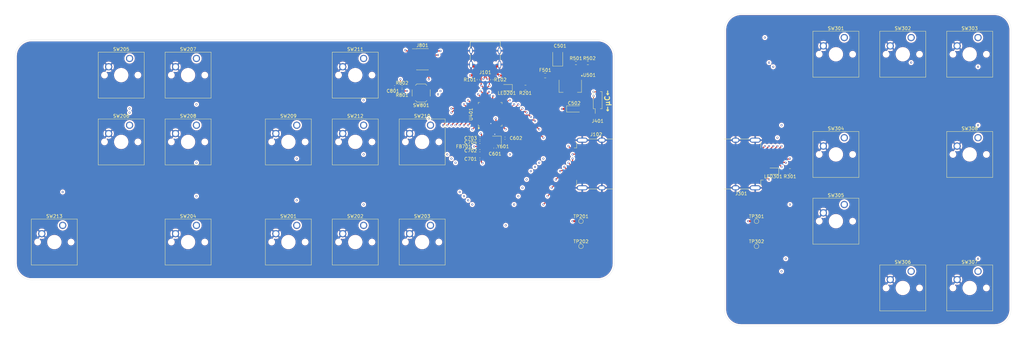
<source format=kicad_pcb>
(kicad_pcb (version 20240108) (generator "pcbnew") (generator_version "8.0")
  (layers (0 "F.Cu" power "F.Cu.Gnd") (1 "In1.Cu" mixed "In1.Cu.SigPwr") (2 "In2.Cu" mixed "In2.Cu.SigPwr") (31 "B.Cu" power "B.Cu.Gnd") (34 "B.Paste" user) (35 "F.Paste" user) (36 "B.SilkS" user "B.Silkscreen") (37 "F.SilkS" user "F.Silkscreen") (38 "B.Mask" user) (39 "F.Mask" user) (44 "Edge.Cuts" user))
  (net 0 "")
  (net 1 "/Left Buttons/GND")
  (net 2 "Net-(U501-VI)")
  (net 3 "/MCU/MCU Clock/OSC_IN")
  (net 4 "/MCU/MCU Clock/OSC_OUT")
  (net 5 "/MCU/MCU Power Supply/VREF")
  (net 6 "/Power Supply/V_{USB}")
  (net 7 "Net-(J101-CC2)")
  (net 8 "/MCU/USB+")
  (net 10 "/MCU/USB-")
  (net 12 "Net-(J101-CC1)")
  (net 13 "/MCU/BRAKE_SCHG")
  (net 14 "/MCU/HEADLIGHT")
  (net 16 "/MCU/BRAKE_RLS")
  (net 18 "/MCU/HORN")
  (net 19 "/MCU/TDIR_DN")
  (net 21 "/MCU/TDIR_UP")
  (net 22 "/MCU/SAND")
  (net 23 "/MCU/BELL")
  (net 24 "/Right Buttons/GND")
  (net 25 "/Right Buttons/SAND")
  (net 26 "/Right Buttons/BRAKE_RLS")
  (net 28 "/Right Buttons/TDIR_UP")
  (net 29 "/Right Buttons/HORN")
  (net 30 "/Right Buttons/HEADLIGHT")
  (net 31 "/Right Buttons/BRAKE_SCHG")
  (net 33 "/Right Buttons/BELL")
  (net 34 "/Right Buttons/TDIR_DN")
  (net 36 "Net-(U501-ADJ)")
  (net 37 "/Left Buttons/NTC_OVR")
  (net 38 "/Left Buttons/NTC_RLS")
  (net 39 "/Left Buttons/NTC_ACK")
  (net 40 "/Left Buttons/ETCS_ACK")
  (net 41 "/Left Buttons/PANTO_UP")
  (net 42 "/Left Buttons/PANTO_DN")
  (net 43 "/Left Buttons/MCB_ON")
  (net 44 "/Left Buttons/MCB_OFF")
  (net 45 "/Left Buttons/DOOR_LEFT")
  (net 46 "/Left Buttons/DOOR_RGHT")
  (net 47 "/Left Buttons/DOOR_OPEN")
  (net 48 "/Left Buttons/DOOR_CLSE")
  (net 49 "/Left Buttons/EMERG")
  (net 67 "/MCU/MCU Debug and Reset/~{RST}")
  (net 68 "/MCU/MCU Debug and Reset/SWCLK")
  (net 73 "/MCU/MCU Debug and Reset/SWDIO")
  (net 74 "Net-(R802-Pad2)")
  (net 75 "/MCU/UART_MCUTX")
  (net 76 "/MCU/UART_MCURX")
  (net 78 "/MCU/RLED")
  (net 83 "/Right Buttons/+3.3V")
  (net 84 "Net-(LED201-K)")
  (net 85 "Net-(LED301-K)")
  (net 86 "/Right Buttons/RLED")
  (net 87 "/Left Buttons/LLED")
  (net 88 "/Left Buttons/+3.3V")
  (footprint "LED_SMD:LED_0805_2012Metric" (layer "F.Cu") (at 260.35 76.2 180)
    (property "Reference" "LED301")
    (property "Value" "LED" (hide yes))
  )
  (footprint "LED_SMD:LED_0805_2012Metric" (layer "F.Cu") (at 179.4025 50.8 180)
    (property "Reference" "LED201")
    (property "Value" "LED")
  )
  (footprint "Button_Switch_Keyboard:SW_Cherry_MX_1.00u_PCB" (layer "F.Cu") (at 322.58 106.68)
    (property "Reference" "SW307")
    (property "Value" "SW_Push")
  )
  (footprint "Button_Switch_Keyboard:SW_Cherry_MX_1.00u_PCB" (layer "F.Cu") (at 322.58 66.04)
    (property "Reference" "SW308")
    (property "Value" "SW_Push")
  )
  (footprint "Resistor_SMD:R_0402_1005Metric" (layer "F.Cu") (at 174.8525 48.3875 -90)
    (property "Reference" "R102")
    (property "Value" "5.1kΩ" (hide yes))
  )
  (footprint "Button_Switch_Keyboard:SW_Cherry_MX_1.00u_PCB" (layer "F.Cu") (at 156.21 92.71)
    (property "Reference" "SW203")
    (property "Value" "SW_Push")
  )
  (footprint "Button_Switch_Keyboard:SW_Cherry_MX_1.00u_PCB" (layer "F.Cu") (at 135.89 41.91)
    (property "Reference" "SW211")
    (property "Value" "SW_Push")
  )
  (footprint "Button_Switch_Keyboard:SW_Cherry_MX_1.00u_PCB" (layer "F.Cu") (at 64.77 41.91)
    (property "Reference" "SW205")
    (property "Value" "SW_Push")
  )
  (footprint "Capacitor_SMD:C_0402_1005Metric" (layer "F.Cu") (at 178.8425 66.1675 180)
    (property "Reference" "C602")
    (property "Value" "10pF" (hide yes))
  )
  (footprint "Connector_HDMI:HDMI_A_Molex_208658-1001_Horizontal" (layer "F.Cu") (at 204.845 74.03)
    (property "Reference" "J102")
    (property "Value" "HDMI_A")
  )
  (footprint "Connector_PinHeader_1.27mm:PinHeader_2x05_P1.27mm_Vertical_SMD" (layer "F.Cu") (at 153.752 42.164)
    (property "Reference" "J801")
    (property "Value" "DBG")
  )
  (footprint "Button_Switch_Keyboard:SW_Cherry_MX_1.00u_PCB" (layer "F.Cu") (at 135.89 92.71)
    (property "Reference" "SW202")
    (property "Value" "SW_Push")
  )
  (footprint "Button_Switch_Keyboard:SW_Cherry_MX_1.00u_PCB" (layer "F.Cu") (at 302.26 35.56)
    (property "Reference" "SW302")
    (property "Value" "SW_Push")
  )
  (footprint "Package_TO_SOT_SMD:SOT-223-3_TabPin2" (layer "F.Cu") (at 198.6825 50.3175 -90)
    (property "Reference" "U501")
    (property "Value" "LM317AEMP" (hide yes))
  )
  (footprint "Button_Switch_Keyboard:SW_Cherry_MX_1.00u_PCB" (layer "F.Cu") (at 64.77 62.23)
    (property "Reference" "SW206")
    (property "Value" "SW_Push")
  )
  (footprint "Button_Switch_Keyboard:SW_Cherry_MX_1.00u_PCB" (layer "F.Cu") (at 85.09 41.91)
    (property "Reference" "SW207")
    (property "Value" "SW_Push")
  )
  (footprint "Fuse:Fuse_0805_2012Metric" (layer "F.Cu") (at 191.0625 47.1175)
    (property "Reference" "F501")
    (property "Value" "500mA" (hide yes))
  )
  (footprint "Button_Switch_Keyboard:SW_Cherry_MX_1.00u_PCB" (layer "F.Cu") (at 44.45 92.71)
    (property "Reference" "SW213")
    (property "Value" "SW_Push")
  )
  (footprint "Button_Switch_Keyboard:SW_Cherry_MX_1.00u_PCB" (layer "F.Cu") (at 322.58 35.56)
    (property "Reference" "SW303")
    (property "Value" "SW_Push")
  )
  (footprint "Capacitor_SMD:C_0402_1005Metric" (layer "F.Cu") (at 171.2225 66.1675 180)
    (property "Reference" "C703")
    (property "Value" "1μF" (hide yes))
  )
  (footprint "Button_Switch_Keyboard:SW_Cherry_MX_1.00u_PCB" (layer "F.Cu") (at 85.09 92.71)
    (property "Reference" "SW204")
    (property "Value" "SW_Push")
  )
  (footprint "Resistor_SMD:R_0402_1005Metric" (layer "F.Cu") (at 147.572 50.546)
    (property "Reference" "R802")
    (property "Value" "330Ω" (hide yes))
  )
  (footprint "Capacitor_Tantalum_SMD:CP_EIA-3216-18_Kemet-A" (layer "F.Cu") (at 199.8725 57.2775)
    (property "Reference" "C502")
    (property "Value" "10µF" (hide yes))
  )
  (footprint "Resistor_SMD:R_0603_1608Metric" (layer "F.Cu") (at 204.025 43.3075)
    (property "Reference" "R502")
    (property "Value" "560Ω" (hide yes))
  )
  (footprint "Resistor_SMD:R_0603_1608Metric" (layer "F.Cu") (at 200.3975 43.3075)
    (property "Reference" "R501")
    (property "Value" "330Ω" (hide yes))
  )
  (footprint "Capacitor_SMD:C_0402_1005Metric" (layer "F.Cu") (at 145.316 50.546)
    (property "Reference" "C801")
    (property "Value" "100nF" (hide yes))
  )
  (footprint "Connector_USB:USB_C_Receptacle_G-Switch_GT-USB-7010ASV" (layer "F.Cu") (at 172.8525 40.6425 180)
    (property "Reference" "J101")
    (property "Value" "USB_C_Receptacle_USB2.0_16P")
  )
  (footprint "Inductor_SMD:L_0402_1005Metric" (layer "F.Cu") (at 171.2275 68.7075)
    (property "Reference" "FB701")
    (property "Value" "600Ω @ 100MHz" (hide yes))
  )
  (footprint "Button_Switch_Keyboard:SW_Cherry_MX_1.00u_PCB" (layer "F.Cu") (at 135.89 62.23)
    (property "Reference" "SW212")
    (property "Value" "SW_Push")
  )
  (footprint "TestPoint:TestPoint_Pad_D1.0mm" (layer "F.Cu") (at 201.93 91.44)
    (property "Reference" "TP201")
    (property "Value" "TestPoint")
  )
  (footprint "Capacitor_SMD:C_0402_1005Metric" (layer "F.Cu") (at 171.2225 72.5175 180)
    (property "Reference" "C701")
    (property "Value" "4.7μF" (hide yes))
  )
  (footprint "Capacitor_SMD:C_0402_1005Metric" (layer "F.Cu") (at 171.2225 67.4375 180)
    (property "Reference" "C704")
    (property "Value" "100nF" (hide yes))
  )
  (footprint "Resistor_SMD:R_0402_1005Metric" (layer "F.Cu") (at 170.7425 48.3875 -90)
    (property "Reference" "R101")
    (property "Value" "5.1kΩ" (hide yes))
  )
  (footprint "Button_Switch_Keyboard:SW_Cherry_MX_1.00u_PCB" (layer "F.Cu") (at 85.09 62.23)
    (property "Reference" "SW208")
    (property "Value" "SW_Push")
  )
  (footprint "Capacitor_SMD:C_0402_1005Metric" (layer "F.Cu") (at 171.2225 69.9775 180)
    (property "Reference" "C702")
    (property "Value" "100nF" (hide yes))
  )
  (footprint "Resistor_SMD:R_0402_1005Metric" (layer "F.Cu") (at 147.574 51.816)
    (property "Reference" "R801")
    (property "Value" "2.2kΩ" (hide yes))
  )
  (footprint "Button_Switch_Keyboard:SW_Cherry_MX_1.00u_PCB" (layer "F.Cu") (at 156.21 62.23)
    (property "Reference" "SW210")
    (property "Value" "SW_Push")
  )
  (footprint "Button_Switch_SMD:SW_Push_1P1T_XKB_TS-1187A" (layer "F.Cu") (at 153.368 52.421 180)
    (property "Reference" "SW801")
    (property "Value" "RST")
  )
  (footprint "TestPoint:TestPoint_Pad_D1.0mm" (layer "F.Cu") (at 201.93 99.06)
    (property "Reference" "TP202")
    (property "Value" "TestPoint")
  )
  (footprint "Package_QFP:LQFP-48_7x7mm_P0.5mm" (layer "F.Cu") (at 174.3425 58.9 90)
    (property "Reference" "U401")
    (property "Value" "STM32G0B0CETx" (hide yes))
  )
  (footprint "Connector_HDMI:HDMI_A_Molex_208658-1001_Horizontal" (layer "F.Cu") (at 252.355 74.03 180)
    (property "Reference" "J301")
    (property "Value" "HDMI_A")
  )
  (footprint "Button_Switch_Keyboard:SW_Cherry_MX_1.00u_PCB" (layer "F.Cu") (at 115.57 92.71)
    (property "Reference" "SW201")
    (property "Value" "SW_Push")
  )
  (footprint "Resistor_SMD:R_0805_2012Metric" (layer "F.Cu") (at 265.43 76.2 180)
    (property "Reference" "R301")
    (property "Value" "68Ω")
  )
  (footprint "Button_Switch_Keyboard:SW_Cherry_MX_1.00u_PCB" (layer "F.Cu") (at 302.26 106.68)
    (property "Reference" "SW306")
    (property "Value" "SW_Push")
  )
  (footprint "Connector_PinHeader_2.54mm:PinHeader_2x01_P2.54mm_Vertical_SMD" (layer "F.Cu") (at 207.01 54.625 90)
    (property "Reference" "J401")
    (property "Value" "UART" (hide yes))
  )
  (footprint "Button_Switch_Keyboard:SW_Cherry_MX_1.00u_PCB" (layer "F.Cu") (at 115.57 62.23)
    (property "Reference" "SW209")
    (property "Value" "SW_Push")
  )
  (footprint "Button_Switch_Keyboard:SW_Cherry_MX_1.00u_PCB" (layer "F.Cu") (at 281.94 86.36)
    (property "Reference" "SW305")
    (property "Value" "SW_Push")
  )
  (footprint "Crystal:Crystal_SMD_2016-4Pin_2.0x1.6mm" (layer "F.Cu") (at 176.3925 66.7175 180)
    (property "Reference" "Y601")
    (property "Value" "48MHz" (hide yes))
  )
  (footprint "Button_Switch_Keyboard:SW_Cherry_MX_1.00u_PCB" (layer "F.Cu") (at 281.94 66.04)
    (property "Reference" "SW304")
    (property "Value" "SW_Push")
  )
  (footprint "Button_Switch_Keyboard:SW_Cherry_MX_1.00u_PCB" (layer "F.Cu") (at 281.94 35.56)
    (property "Reference" "SW301")
    (property "Value" "SW_Push")
  )
  (footprint "Capacitor_Tantalum_SMD:CP_EIA-3528-21_Kemet-B" (layer "F.Cu") (at 194.8725 41.77 90)
    (property "Reference" "C501")
    (property "Value" "100µF" (hide yes))
  )
  (footprint "Resistor_SMD:R_0805_2012Metric" (layer "F.Cu") (at 185.0625 50.8 180)
    (property "Reference" "R201")
    (property "Value" "68Ω")
  )
  (footprint "TestPoint:TestPoint_Pad_D1.0mm" (layer "F.Cu") (at 255.27 99.06)
    (property "Reference" "TP302")
    (property "Value" "TestPoint")
  )
  (footprint "TestPoint:TestPoint_Pad_D1.0mm" (layer "F.Cu") (at 255.27 91.44)
    (property "Reference" "TP301")
    (property "Value" "TestPoint")
  )
  (footprint "Capacitor_SMD:C_0402_1005Metric" (layer "F.Cu") (at 175.8225 69.1875 90)
    (property "Reference" "C601")
    (property "Value" "10pF" (hide yes))
  )
  (gr_arc (start 327.58 28.25) (mid 331.115534 29.714466) (end 332.58 33.25) (stroke (width 0.05)) (layer "Edge.Cuts"))
  (gr_arc (start 245.58 33.25) (mid 247.044466 29.714466) (end 250.58 28.25) (stroke (width 0.05)) (layer "Edge.Cuts"))
  (gr_line (start 245.58 33.25) (end 245.58 118.25) (stroke (width 0.05)) (layer "Edge.Cuts"))
  (gr_line (start 35.04 109.25) (end 207.04 109.25) (stroke (width 0.05)) (layer "Edge.Cuts"))
  (gr_arc (start 212.04 104.25) (mid 210.575534 107.785534) (end 207.04 109.25) (stroke (width 0.05)) (layer "Edge.Cuts"))
  (gr_arc (start 35.04 109.25) (mid 31.504466 107.785534) (end 30.04 104.25) (stroke (width 0.05)) (layer "Edge.Cuts"))
  (gr_arc (start 332.58 118.25) (mid 331.115534 121.785534) (end 327.58 123.25) (stroke (width 0.05)) (layer "Edge.Cuts"))
  (gr_arc (start 207.04 36.25) (mid 210.575534 37.714466) (end 212.04 41.25) (stroke (width 0.05)) (layer "Edge.Cuts"))
  (gr_line (start 212.04 41.25) (end 212.04 104.25) (stroke (width 0.05)) (layer "Edge.Cuts"))
  (gr_line (start 250.58 123.25) (end 327.58 123.25) (stroke (width 0.05)) (layer "Edge.Cuts"))
  (gr_arc (start 250.58 123.25) (mid 247.044466 121.785534) (end 245.58 118.25) (stroke (width 0.05)) (layer "Edge.Cuts"))
  (gr_line (start 332.58 118.25) (end 332.58 33.25) (stroke (width 0.05)) (layer "Edge.Cuts"))
  (gr_line (start 30.04 41.25) (end 30.04 104.25) (stroke (width 0.05)) (layer "Edge.Cuts"))
  (gr_line (start 250.58 28.25) (end 327.58 28.25) (stroke (width 0.05)) (layer "Edge.Cuts"))
  (gr_arc (start 30.04 41.25) (mid 31.504466 37.714466) (end 35.04 36.25) (stroke (width 0.05)) (layer "Edge.Cuts"))
  (gr_line (start 35.04 36.25) (end 207.04 36.25) (stroke (width 0.05)) (layer "Edge.Cuts"))
  (gr_text "←µC←" (at 210.82 58.42 90) (layer "F.SilkS") (effects (font (size 1.5 1.5) (thickness 0.3) (bold yes)) (justify left bottom)))
  (segment (start 176.5725 44.3675) (end 177.1725 43.7675) (width 0.6) (layer "F.Cu") (net 1))
  (segment (start 175.6925 66.1675) (end 175.6925 65.0275) (width 0.3) (layer "F.Cu") (net 1))
  (segment (start 176.0525 44.3675) (end 176.5725 44.3675) (width 0.6) (layer "F.Cu") (net 1))
  (segment (start 169.1325 44.3675) (end 168.5325 43.7675) (width 0.6) (layer "F.Cu") (net 1))
  (segment (start 174.5925 63.0625) (end 174.5925 61.7625) (width 0.3) (layer "F.Cu") (net 1))
  (segment (start 169.6525 44.3675) (end 169.1325 44.3675) (width 0.6) (layer "F.Cu") (net 1))
  (segment (start 175.6925 65.0275) (end 175.74507 64.97493) (width 0.3) (layer "F.Cu") (net 1))
  (segment (start 174.5925 61.7625) (end 174.5525 61.7225) (width 0.3) (layer "F.Cu") (net 1))
  (segment (start 201.56 77.53) (end 204.41 77.53) (width 0.3) (layer "F.Cu") (net 1))
  (via (at 174.5525 61.7225) (size 0.6) (drill 0.3) (layers "F.Cu" "B.Cu") (net 1))
  (via (at 175.74507 64.97493) (size 0.6) (drill 0.3) (layers "F.Cu" "B.Cu") (net 1))
  (segment (start 196.3825 44.8175) (end 194.8725 43.3075) (width 0.6) (layer "F.Cu") (net 2))
  (segment (start 196.3825 47.1675) (end 196.3825 44.8175) (width 0.6) (layer "F.Cu") (net 2))
  (segment (start 192 47.1175) (end 196.3325 47.1175) (width 0.6) (layer "F.Cu") (net 2))
  (segment (start 174.9425 67.2675) (end 175.6925 67.2675) (width 0.3) (layer "F.Cu") (net 3))
  (segment (start 175.0925 65.4175) (end 174.5525 65.9575) (width 0.3) (layer "F.Cu") (net 3))
  (segment (start 174.5525 66.8775) (end 174.9425 67.2675) (width 0.3) (layer "F.Cu") (net 3))
  (segment (start 175.0925 63.0625) (end 175.0925 65.4175) (width 0.3) (layer "F.Cu") (net 3))
  (segment (start 175.8225 68.7075) (end 175.8225 67.3975) (width 0.3) (layer "F.Cu") (net 3))
  (segment (start 174.5525 65.9575) (end 174.5525 66.8775) (width 0.3) (layer "F.Cu") (net 3))
  (segment (start 177.0925 66.1675) (end 178.3625 66.1675) (width 0.3) (layer "F.Cu") (net 4))
  (segment (start 177.0925 65.40312) (end 177.0925 66.1675) (width 0.3) (layer "F.Cu") (net 4))
  (segment (start 175.5925 63.90312) (end 177.0925 65.40312) (width 0.3) (layer "F.Cu") (net 4))
  (segment (start 175.5925 63.0625) (end 175.5925 63.90312) (width 0.3) (layer "F.Cu") (net 4))
  (segment (start 173.5925 64.8975) (end 173.5925 66.8275) (width 0.3) (layer "F.Cu") (net 5))
  (segment (start 173.5925 65.5475) (end 173.5925 64.8975) (width 0.3) (layer "F.Cu") (net 5))
  (segment (start 171.7025 67.4375) (end 173.5925 65.5475) (width 0.3) (layer "F.Cu") (net 5))
  (segment (start 173.5925 63.0625) (end 173.5925 64.8975) (width 0.3) (layer "F.Cu") (net 5))
  (segment (start 173.5925 66.8275) (end 171.7125 68.7075) (width 0.3) (layer "F.Cu") (net 5))
  (segment (start 177.0925 47.1175) (end 190.125 47.1175) (width 0.6) (layer "F.Cu") (net 6))
  (segment (start 175.2525 45.2775) (end 177.0925 47.1175) (width 0.6) (layer "F.Cu") (net 6))
  (segment (start 175.2525 44.3675) (end 175.2525 45.2775) (width 0.6) (layer "F.Cu") (net 6))
  (segment (start 168.656498 47.1175) (end 168.2025 47.1175) (width 0.6) (layer "F.Cu") (net 6))
  (segment (start 170.4525 45.321498) (end 168.656498 47.1175) (width 0.6) (layer "F.Cu") (net 6))
  (segment (start 170.4525 44.3675) (end 170.4525 45.321498) (width 0.6) (layer "F.Cu") (net 6))
  (via (at 168.2025 47.1175) (size 0.6) (drill 0.3) (layers "F.Cu" "B.Cu") (net 6))
  (via (at 177.0925 47.1175) (size 0.6) (drill 0.3) (layers "F.Cu" "B.Cu") (net 6))
  (segment (start 171.1025 45.4875) (end 170.7425 45.8475) (width 0.3) (layer "F.Cu") (net 7))
  (segment (start 171.1025 44.3675) (end 171.1025 45.4875) (width 0.3) (layer "F.Cu") (net 7))
  (segment (start 170.7425 45.8475) (end 170.7425 47.8775) (width 0.3) (layer "F.Cu") (net 7))
  (segment (start 171.6025 47.6175) (end 171.6025 50.1175) (width 0.3) (layer "F.Cu") (net 8))
  (segment (start 172.1025 47.1175) (end 171.6025 47.6175) (width 0.3) (layer "F.Cu") (net 8))
  (segment (start 173.1025 47.7675) (end 173.4525 48.1175) (width 0.3) (layer "F.Cu") (net 8))
  (segment (start 172.1025 44.3675) (end 172.1025 47.1175) (width 0.3) (layer "F.Cu") (net 8))
  (segment (start 172.5925 51.1075) (end 171.6025 50.1175) (width 0.3) (layer "F.Cu") (net 8))
  (segment (start 172.5925 54.7375) (end 172.5925 51.1075) (width 0.3) (layer "F.Cu") (net 8))
  (segment (start 173.1025 44.3675) (end 173.1025 47.7675) (width 0.3) (layer "F.Cu") (net 8))
  (via (at 173.4525 48.1175) (size 0.6) (drill 0.3) (layers "F.Cu" "B.Cu") (net 8))
  (via (at 171.6025 50.1175) (size 0.6) (drill 0.3) (layers "F.Cu" "B.Cu") (net 8))
  (segment (start 174.1025 47.6175) (end 174.1025 50.1175) (width 0.3) (layer "F.Cu") (net 10))
  (segment (start 172.6025 47.7675) (end 172.2525 48.1175) (width 0.3) (layer "F.Cu") (net 10))
  (segment (start 172.6025 44.3675) (end 172.6025 47.7675) (width 0.3) (layer "F.Cu") (net 10))
  (segment (start 173.0925 51.1275) (end 173.0925 54.7375) (width 0.3) (layer "F.Cu") (net 10))
  (segment (start 174.1025 50.1175) (end 173.0925 51.1275) (width 0.3) (layer "F.Cu") (net 10))
  (segment (start 173.6025 44.3675) (end 173.6025 47.1175) (width 0.3) (layer "F.Cu") (net 10))
  (segment (start 173.6025 47.1175) (end 174.1025 47.6175) (width 0.3) (layer "F.Cu") (net 10))
  (via (at 172.2525 48.1175) (size 0.6) (drill 0.3) (layers "F.Cu" "B.Cu") (net 10))
  (via (at 174.1025 50.1175) (size 0.6) (drill 0.3) (layers "F.Cu" "B.Cu") (net 10))
  (segment (start 174.1025 45.3975) (end 174.8525 46.1475) (width 0.3) (layer "F.Cu") (net 12))
  (segment (start 174.1025 44.3675) (end 174.1025 45.3975) (width 0.3) (layer "F.Cu") (net 12))
  (segment (start 174.8525 46.1475) (end 174.8525 47.8775) (width 0.3) (layer "F.Cu") (net 12))
  (segment (start 195.75 76.03) (end 195.58 76.2) (width 0.3) (layer "F.Cu") (net 13))
  (segment (start 178.505 59.15) (end 186.15 59.15) (width 0.3) (layer "F.Cu") (net 13))
  (segment (start 186.15 59.15) (end 186.69 59.69) (width 0.3) (layer "F.Cu") (net 13))
  (segment (start 201.56 76.03) (end 195.75 76.03) (width 0.3) (layer "F.Cu") (net 13))
  (via (at 195.58 76.2) (size 0.6) (drill 0.3) (layers "F.Cu" "B.Cu") (net 13))
  (via (at 186.69 59.69) (size 0.6) (drill 0.3) (layers "F.Cu" "B.Cu") (net 13))
  (via (at 186.69 76.2) (size 0.6) (drill 0.3) (layers "F.Cu" "B.Cu") (net 13))
  (segment (start 178.505 57.65) (end 183.65 57.65) (width 0.2) (layer "F.Cu") (net 14))
  (segment (start 197.29 77.03) (end 193.04 81.28) (width 0.3) (layer "F.Cu") (net 14))
  (segment (start 183.65 57.65) (end 184.15 57.15) (width 0.2) (layer "F.Cu") (net 14))
  (segment (start 201.56 77.03) (end 197.29 77.03) (width 0.3) (layer "F.Cu") (net 14))
  (via (at 184.15 57.15) (size 0.6) (drill 0.3) (layers "F.Cu" "B.Cu") (net 14))
  (via (at 184.15 81.28) (size 0.6) (drill 0.3) (layers "F.Cu" "B.Cu") (net 14))
  (via (at 193.04 81.28) (size 0.6) (drill 0.3) (layers "F.Cu" "B.Cu") (net 14))
  (segment (start 181.61 57.15) (end 182.88 55.88) (width 0.2) (layer "F.Cu") (net 16))
  (segment (start 178.505 57.15) (end 181.61 57.15) (width 0.2) (layer "F.Cu") (net 16))
  (segment (start 197.56 78.03) (end 191.77 83.82) (width 0.3) (layer "F.Cu") (net 16))
  (segment (start 201.56 78.03) (end 197.56 78.03) (width 0.3) (layer "F.Cu") (net 16))
  (via (at 182.88 83.82) (size 0.6) (drill 0.3) (layers "F.Cu" "B.Cu") (net 16))
  (via (at 182.88 55.88) (size 0.6) (drill 0.3) (layers "F.Cu" "B.Cu") (net 16))
  (via (at 191.77 83.82) (size 0.6) (drill 0.3) (layers "F.Cu" "B.Cu") (net 16))
  (segment (start 199.39 73.51) (end 199.91 74.03) (width 0.3) (layer "F.Cu") (net 18))
  (segment (start 199.91 74.03) (end 201.56 74.03) (width 0.3) (layer "F.Cu") (net 18))
  (segment (start 178.505 61.65) (end 186.11 61.65) (width 0.3) (layer "F.Cu") (net 18))
  (segment (start 199.39 72.39) (end 199.39 73.51) (width 0.3) (layer "F.Cu") (net 18))
  (segment (start 186.11 61.65) (end 190.5 66.04) (width 0.3) (layer "F.Cu") (net 18))
  (via (at 199.39 72.39) (size 0.6) (drill 0.3) (layers "F.Cu" "B.Cu") (net 18))
  (via (at 190.5 72.39) (size 0.6) (drill 0.3) (layers "F.Cu" "B.Cu") (net 18))
  (via (at 190.5 66.04) (size 0.6) (drill 0.3) (layers "F.Cu" "B.Cu") (net 18))
  (segment (start 178.505 60.65) (end 187.65 60.65) (width 0.3) (layer "F.Cu") (net 19))
  (segment (start 201.56 75.53) (end 197.45 75.53) (width 0.3) (layer "F.Cu") (net 19))
  (segment (start 197.45 75.53) (end 196.85 74.93) (width 0.3) (layer "F.Cu") (net 19))
  (segment (start 187.65 60.65) (end 187.96 60.96) (width 0.3) (layer "F.Cu") (net 19))
  (via (at 196.85 74.93) (size 0.6) (drill 0.3) (layers "F.Cu" "B.Cu") (net 19))
  (via (at 187.96 74.93) (size 0.6) (drill 0.3) (layers "F.Cu" "B.Cu") (net 19))
  (via (at 187.96 60.96) (size 0.6) (drill 0.3) (layers "F.Cu" "B.Cu") (net 19))
  (segment (start 196.52 76.53) (end 194.31 78.74) (width 0.3) (layer "F.Cu") (net 21))
  (segment (start 185.15 58.15) (end 178.505 58.15) (width 0.3) (layer "F.Cu") (net 21))
  (segment (start 185.42 58.42) (end 185.15 58.15) (width 0.3) (layer "F.Cu") (net 21))
  (segment (start 201.56 76.53) (end 196.52 76.53) (width 0.3) (layer "F.Cu") (net 21))
  (via (at 185.42 58.42) (size 0.6) (drill 0.3) (layers "F.Cu" "B.Cu") (net 21))
  (via (at 185.42 78.74) (size 0.6) (drill 0.3) (layers "F.Cu" "B.Cu") (net 21))
  (via (at 194.31 78.74) (size 0.6) (drill 0.3) (layers "F.Cu" "B.Cu") (net 21))
  (segment (start 181.61 55.88) (end 180.84 56.65) (width 0.2) (layer "F.Cu") (net 22))
  (segment (start 198.33 78.53) (end 190.5 86.36) (width 0.3) (layer "F.Cu") (net 22))
  (segment (start 201.56 78.53) (end 198.33 78.53) (width 0.3) (layer "F.Cu") (net 22))
  (segment (start 180.84 56.65) (end 178.505 56.65) (width 0.2) (layer "F.Cu") (net 22))
  (via (at 190.5 86.36) (size 0.6) (drill 0.3) (layers "F.Cu" "B.Cu") (net 22))
  (via (at 181.61 55.88) (size 0.6) (drill 0.3) (layers "F.Cu" "B.Cu") (net 22))
  (via (at 181.61 86.36) (size 0.6) (drill 0.3) (layers "F.Cu" "B.Cu") (net 22))
  (segment (start 178.505 61.15) (end 186.88 61.15) (width 0.3) (layer "F.Cu") (net 23))
  (segment (start 198.99 74.53) (end 198.12 73.66) (width 0.3) (layer "F.Cu") (net 23))
  (segment (start 201.56 74.53) (end 198.99 74.53) (width 0.3) (layer "F.Cu") (net 23))
  (segment (start 186.88 61.15) (end 189.23 63.5) (width 0.3) (layer "F.Cu") (net 23))
  (via (at 198.12 73.66) (size 0.6) (drill 0.3) (layers "F.Cu" "B.Cu") (net 23))
  (via (at 189.23 73.66) (size 0.6) (drill 0.3) (layers "F.Cu" "B.Cu") (net 23))
  (via (at 189.23 63.5) (size 0.6) (drill 0.3) (layers "F.Cu" "B.Cu") (net 23))
  (segment (start 255.64 70.53) (end 253.32 70.53) (width 0.3) (layer "F.Cu") (net 24))
  (segment (start 255.64 69.53) (end 256.86 69.53) (width 0.3) (layer "F.Cu") (net 25))
  (segment (start 256.86 69.53) (end 257.81 68.58) (width 0.3) (layer "F.Cu") (net 25))
  (via (at 257.81 68.58) (size 0.6) (drill 0.3) (layers "F.Cu" "B.Cu") (net 25))
  (via (at 257.81 35.56) (size 0.6) (drill 0.3) (layers "F.Cu" "B.Cu") (net 25))
  (segment (start 255.64 70.03) (end 257.63 70.03) (width 0.3) (layer "F.Cu") (net 26))
  (segment (start 257.63 70.03) (end 259.08 68.58) (width 0.3) (layer "F.Cu") (net 26))
  (via (at 302.26 43.18) (size 0.6) (drill 0.3) (layers "F.Cu" "B.Cu") (net 26))
  (via (at 259.08 68.58) (size 0.6) (drill 0.3) (layers "F.Cu" "B.Cu") (net 26))
  (via (at 259.08 43.18) (size 0.6) (drill 0.3) (layers "F.Cu" "B.Cu") (net 26))
  (segment (start 258.67 71.53) (end 261.62 68.58) (width 0.3) (layer "F.Cu") (net 28))
  (segment (start 255.64 71.53) (end 258.67 71.53) (width 0.3) (layer "F.Cu") (net 28))
  (via (at 261.62 66.04) (size 0.6) (drill 0.3) (layers "F.Cu" "B.Cu") (net 28))
  (via (at 261.62 68.58) (size 0.6) (drill 0.3) (layers "F.Cu" "B.Cu") (net 28))
  (segment (start 261.99 74.03) (end 262.89 74.93) (width 0.3) (layer "F.Cu") (net 29))
  (segment (start 255.64 74.03) (end 261.99 74.03) (width 0.3) (layer "F.Cu") (net 29))
  (via (at 262.89 106.68) (size 0.6) (drill 0.3) (layers "F.Cu" "B.Cu") (net 29))
  (via (at 262.89 74.93) (size 0.6) (drill 0.3) (layers "F.Cu" "B.Cu") (net 29))
  (segment (start 257.9 71.03) (end 260.35 68.58) (width 0.3) (layer "F.Cu") (net 30))
  (segment (start 255.64 71.03) (end 257.9 71.03) (width 0.3) (layer "F.Cu") (net 30))
  (via (at 260.35 44.45) (size 0.6) (drill 0.3) (layers "F.Cu" "B.Cu") (net 30))
  (via (at 322.58 44.45) (size 0.6) (drill 0.3) (layers "F.Cu" "B.Cu") (net 30))
  (via (at 260.35 68.58) (size 0.6) (drill 0.3) (layers "F.Cu" "B.Cu") (net 30))
  (segment (start 259.44 72.03) (end 262.89 68.58) (width 0.3) (layer "F.Cu") (net 31))
  (segment (start 255.64 72.03) (end 259.44 72.03) (width 0.3) (layer "F.Cu") (net 31))
  (via (at 262.89 62.23) (size 0.6) (drill 0.3) (layers "F.Cu" "B.Cu") (net 31))
  (via (at 322.58 62.23) (size 0.6) (drill 0.3) (layers "F.Cu" "B.Cu") (net 31))
  (via (at 262.89 68.58) (size 0.6) (drill 0.3) (layers "F.Cu" "B.Cu") (net 31))
  (segment (start 264.16 73.66) (end 264.03 73.53) (width 0.3) (layer "F.Cu") (net 33))
  (segment (start 264.03 73.53) (end 255.64 73.53) (width 0.3) (layer "F.Cu") (net 33))
  (via (at 264.16 102.87) (size 0.6) (drill 0.3) (layers "F.Cu" "B.Cu") (net 33))
  (via (at 264.16 73.66) (size 0.6) (drill 0.3) (layers "F.Cu" "B.Cu") (net 33))
  (via (at 322.58 102.87) (size 0.6) (drill 0.3) (layers "F.Cu" "B.Cu") (net 33))
  (segment (start 265.43 72.39) (end 265.29 72.53) (width 0.3) (layer "F.Cu") (net 34))
  (segment (start 265.29 72.53) (end 255.64 72.53) (width 0.3) (layer "F.Cu") (net 34))
  (via (at 265.43 72.39) (size 0.6) (drill 0.3) (layers "F.Cu" "B.Cu") (net 34))
  (via (at 265.43 86.36) (size 0.6) (drill 0.3) (layers "F.Cu" "B.Cu") (net 34))
  (segment (start 201.2225 43.3075) (end 201.2225 46.9275) (width 0.6) (layer "F.Cu") (net 36))
  (segment (start 201.2225 43.3075) (end 203.2 43.3075) (width 0.6) (layer "F.Cu") (net 36))
  (segment (start 201.2225 46.9275) (end 200.9825 47.1675) (width 0.6) (layer "F.Cu") (net 36))
  (segment (start 170.18 61.15) (end 168.72 61.15) (width 0.3) (layer "F.Cu") (net 37))
  (segment (start 168.72 61.15) (end 167.64 62.23) (width 0.3) (layer "F.Cu") (net 37))
  (via (at 167.64 85.09) (size 0.6) (drill 0.3) (layers "F.Cu" "B.Cu") (net 37))
  (via (at 115.57 85.09) (size 0.6) (drill 0.3) (layers "F.Cu" "B.Cu") (net 37))
  (via (at 167.64 62.23) (size 0.6) (drill 0.3) (layers "F.Cu" "B.Cu") (net 37))
  (segment (start 170.18 61.65) (end 170.18 62.23) (width 0.3) (layer "F.Cu") (net 38))
  (segment (start 170.18 62.23) (end 168.91 63.5) (width 0.3) (layer "F.Cu") (net 38))
  (via (at 168.91 86.36) (size 0.6) (drill 0.3) (layers "F.Cu" "B.Cu") (net 38))
  (via (at 168.91 63.5) (size 0.6) (drill 0.3) (layers "F.Cu" "B.Cu") (net 38))
  (via (at 135.89 86.36) (size 0.6) (drill 0.3) (layers "F.Cu" "B.Cu") (net 38))
  (segment (start 178.6325 63.0625) (end 179.07 63.5) (width 0.3) (layer "F.Cu") (net 39))
  (segment (start 177.0925 63.0625) (end 178.6325 63.0625) (width 0.3) (layer "F.Cu") (net 39))
  (via (at 179.07 92.71) (size 0.6) (drill 0.3) (layers "F.Cu" "B.Cu") (net 39))
  (via (at 179.07 63.5) (size 0.6) (drill 0.3) (layers "F.Cu" "B.Cu") (net 39))
  (segment (start 167.95 60.65) (end 166.37 62.23) (width 0.3) (layer "F.Cu") (net 40))
  (segment (start 170.18 60.65) (end 167.95 60.65) (width 0.3) (layer "F.Cu") (net 40))
  (via (at 85.09 83.82) (size 0.6) (drill 0.3) (layers "F.Cu" "B.Cu") (net 40))
  (via (at 166.37 83.82) (size 0.6) (drill 0.3) (layers "F.Cu" "B.Cu") (net 40))
  (via (at 166.37 62.23) (size 0.6) (drill 0.3) (layers "F.Cu" "B.Cu") (net 40))
  (segment (start 170.18 57.15) (end 162.56 57.15) (width 0.3) (layer "F.Cu") (net 41))
  (via (at 162.56 57.15) (size 0.6) (drill 0.3) (layers "F.Cu" "B.Cu") (net 41))
  (via (at 64.77 57.15) (size 0.6) (drill 0.3) (layers "F.Cu" "B.Cu") (net 41))
  (segment (start 163.33 57.65) (end 162.56 58.42) (width 0.3) (layer "F.Cu") (net 42))
  (segment (start 170.18 57.65) (end 163.33 57.65) (width 0.3) (layer "F.Cu") (net 42))
  (via (at 64.77 58.42) (size 0.6) (drill 0.3) (layers "F.Cu" "B.Cu") (net 42))
  (via (at 162.56 58.42) (size 0.6) (drill 0.3) (layers "F.Cu" "B.Cu") (net 42))
  (segment (start 170.18 56.65) (end 167.14 56.65) (width 0.3) (layer "F.Cu") (net 43))
  (segment (start 167.14 56.65) (end 166.37 55.88) (width 0.3) (layer "F.Cu") (net 43))
  (via (at 85.09 55.88) (size 0.6) (drill 0.3) (layers "F.Cu" "B.Cu") (net 43))
  (via (at 166.37 55.88) (size 0.6) (drill 0.3) (layers "F.Cu" "B.Cu") (net 43))
  (segment (start 170.18 59.65) (end 166.41 59.65) (width 0.3) (layer "F.Cu") (net 44))
  (segment (start 166.41 59.65) (end 163.83 62.23) (width 0.3) (layer "F.Cu") (net 44))
  (via (at 163.83 62.23) (size 0.6) (drill 0.3) (layers "F.Cu" "B.Cu") (net 44))
  (via (at 163.83 73.66) (size 0.6) (drill 0.3) (layers "F.Cu" "B.Cu") (net 44))
  (via (at 85.09 73.66) (size 0.6) (drill 0.3) (layers "F.Cu" "B.Cu") (net 44))
  (segment (start 170.18 59.15) (end 165.64 59.15) (width 0.3) (layer "F.Cu") (net 45))
  (segment (start 165.64 59.15) (end 162.56 62.23) (width 0.3) (layer "F.Cu") (net 45))
  (via (at 162.56 72.39) (size 0.6) (drill 0.3) (layers "F.Cu" "B.Cu") (net 45))
  (via (at 162.56 62.23) (size 0.6) (drill 0.3) (layers "F.Cu" "B.Cu") (net 45))
  (via (at 115.57 72.39) (size 0.6) (drill 0.3) (layers "F.Cu" "B.Cu") (net 45))
  (segment (start 164.1 58.15) (end 160.02 62.23) (width 0.3) (layer "F.Cu") (net 46))
  (segment (start 170.18 58.15) (end 164.1 58.15) (width 0.3) (layer "F.Cu") (net 46))
  (via (at 160.02 62.23) (size 0.6) (drill 0.3) (layers "F.Cu" "B.Cu") (net 46))
  (segment (start 170.18 56.15) (end 169.18 56.15) (width 0.3) (layer "F.Cu") (net 47))
  (segment (start 169.18 56.15) (end 167.64 54.61) (width 0.3) (layer "F.Cu") (net 47))
  (via (at 135.89 54.61) (size 0.6) (drill 0.3) (layers "F.Cu" "B.Cu") (net 47))
  (via (at 167.64 54.61) (size 0.6) (drill 0.3) (layers "F.Cu" "B.Cu") (net 47))
  (segment (start 170.18 58.65) (end 164.87 58.65) (width 0.3) (layer "F.Cu") (net 48))
  (segment (start 164.87 58.65) (end 161.29 62.23) (width 0.3) (layer "F.Cu") (net 48))
  (via (at 135.89 71.12) (size 0.6) (drill 0.3) (layers "F.Cu" "B.Cu") (net 48))
  (via (at 161.29 62.23) (size 0.6) (drill 0.3) (layers "F.Cu" "B.Cu") (net 48))
  (via (at 161.29 71.12) (size 0.6) (drill 0.3) (layers "F.Cu" "B.Cu") (net 48))
  (segment (start 170.18 60.15) (end 167.18 60.15) (width 0.3) (layer "F.Cu") (net 49))
  (segment (start 167.18 60.15) (end 165.1 62.23) (width 0.3) (layer "F.Cu") (net 49))
  (via (at 165.1 82.55) (size 0.6) (drill 0.3) (layers "F.Cu" "B.Cu") (net 49))
  (via (at 165.1 62.23) (size 0.6) (drill 0.3) (layers "F.Cu" "B.Cu") (net 49))
  (via (at 44.45 82.55) (size 0.6) (drill 0.3) (layers "F.Cu" "B.Cu") (net 49))
  (segment (start 147.064 50.548) (end 147.062 50.546) (width 0.3) (layer "F.Cu") (net 67))
  (segment (start 176.0925 60.2685) (end 176.022 60.198) (width 0.3) (layer "F.Cu") (net 67))
  (segment (start 147.064 51.816) (end 147.064 50.548) (width 0.3) (layer "F.Cu") (net 67))
  (segment (start 145.796 50.546) (end 147.062 50.546) (width 0.3) (layer "F.Cu") (net 67))
  (segment (start 147.062 50.546) (end 147.062 48.264) (width 0.3) (layer "F.Cu") (net 67))
  (segment (start 147.062 48.264) (end 147.066 48.26) (width 0.3) (layer "F.Cu") (net 67))
  (segment (start 155.702 44.704) (end 155.702 48.26) (width 0.3) (layer "F.Cu") (net 67))
  (segment (start 176.0925 63.0625) (end 176.0925 60.2685) (width 0.3) (layer "F.Cu") (net 67))
  (via (at 155.702 60.198) (size 0.6) (drill 0.3) (layers "F.Cu" "B.Cu") (net 67))
  (via (at 155.702 48.26) (size 0.6) (drill 0.3) (layers "F.Cu" "B.Cu") (net 67))
  (via (at 176.022 60.198) (size 0.6) (drill 0.3) (layers "F.Cu" "B.Cu") (net 67))
  (via (at 147.066 48.26) (size 0.6) (drill 0.3) (layers "F.Cu" "B.Cu") (net 67))
  (segment (start 158.496 40.894) (end 155.702 40.894) (width 0.3) (layer "F.Cu") (net 68))
  (segment (start 171.5925 54.7375) (end 171.5925 53.7365) (width 0.3) (layer "F.Cu") (net 68))
  (segment (start 171.5925 54.7375) (end 171.5775 54.7375) (width 0.3) (layer "F.Cu") (net 68))
  (segment (start 171.5925 53.7365) (end 170.688 52.832) (width 0.3) (layer "F.Cu") (net 68))
  (via (at 158.496 40.894) (size 0.6) (drill 0.3) (layers "F.Cu" "B.Cu") (net 68))
  (via (at 158.496 52.832) (size 0.6) (drill 0.3) (layers "F.Cu" "B.Cu") (net 68))
  (via (at 170.688 52.832) (size 0.6) (drill 0.3) (layers "F.Cu" "B.Cu") (net 68))
  (segment (start 172.0925 54.7375) (end 172.0925 52.4585) (width 0.3) (layer "F.Cu") (net 73))
  (segment (start 172.0925 52.4585) (end 171.45 51.816) (width 0.3) (layer "F.Cu") (net 73))
  (segment (start 159.258 39.624) (end 155.702 39.624) (width 0.3) (layer "F.Cu") (net 73))
  (via (at 159.258 39.624) (size 0.6) (drill 0.3) (layers "F.Cu" "B.Cu") (net 73))
  (via (at 159.258 51.816) (size 0.6) (drill 0.3) (layers "F.Cu" "B.Cu") (net 73))
  (via (at 171.45 51.816) (size 0.6) (drill 0.3) (layers "F.Cu" "B.Cu") (net 73))
  (segment (start 156.368 50.546) (end 148.082 50.546) (width 0.3) (layer "F.Cu") (net 74))
  (segment (start 175.0925 54.7375) (end 175.0925 53.5075) (width 0.3) (layer "F.Cu") (net 75))
  (segment (start 175.0925 53.5075) (end 175.26 53.34) (width 0.3) (layer "F.Cu") (net 75))
  (segment (start 205.74 53.34) (end 205.74 55.88) (width 0.3) (layer "F.Cu") (net 75))
  (segment (start 205.74 55.88) (end 207.01 57.15) (width 0.3) (layer "F.Cu") (net 75))
  (via (at 205.74 53.34) (size 0.6) (drill 0.3) (layers "F.Cu" "B.Cu") (net 75))
  (via (at 175.26 53.34) (size 0.6) (drill 0.3) (layers "F.Cu" "B.Cu") (net 75))
  (segment (start 205.74 52.07) (end 206.98 52.07) (width 0.3) (layer "F.Cu") (net 76))
  (segment (start 173.5925 52.4675) (end 173.99 52.07) (width 0.3) (layer "F.Cu") (net 76))
  (segment (start 173.5925 54.7375) (end 173.5925 52.4675) (width 0.3) (layer "F.Cu") (net 76))
  (segment (start 206.98 52.07) (end 207.01 52.1) (width 0.3) (layer "F.Cu") (net 76))
  (via (at 205.74 52.07) (size 0.6) (drill 0.3) (layers "F.Cu" "B.Cu") (net 76))
  (via (at 173.99 52.07) (size 0.6) (drill 0.3) (layers "F.Cu" "B.Cu") (net 76))
  (segment (start 178.505 56.15) (end 180.045 54.61) (width 0.2) (layer "F.Cu") (net 78))
  (segment (start 201.56 71.03) (end 199.48 71.03) (width 0.3) (layer "F.Cu") (net 78))
  (segment (start 180.045 54.61) (end 180.34 54.61) (width 0.2) (layer "F.Cu") (net 78))
  (segment (start 199.48 71.03) (end 199.39 71.12) (width 0.3) (layer "F.Cu") (net 78))
  (via (at 180.34 71.12) (size 0.6) (drill 0.3) (layers "F.Cu" "B.Cu") (net 78))
  (via (at 199.39 71.12) (size 0.6) (drill 0.3) (layers "F.Cu" "B.Cu") (net 78))
  (via (at 180.34 54.61) (size 0.6) (drill 0.3) (layers "F.Cu" "B.Cu") (net 78))
  (segment (start 255.64 78.53) (end 258.87 78.53) (width 0.2) (layer "F.Cu") (net 83))
  (segment (start 255.27 91.44) (end 252.73 91.44) (width 0.6) (layer "F.Cu") (net 83))
  (segment (start 258.87 78.53) (end 259.08 78.74) (width 0.2) (layer "F.Cu") (net 83))
  (via (at 252.73 91.44) (size 0.6) (drill 0.3) (layers "F.Cu" "B.Cu") (net 83))
  (via (at 259.08 78.74) (size 0.6) (drill 0.3) (layers "F.Cu" "B.Cu") (net 83))
  (segment (start 180.34 50.8) (end 184.15 50.8) (width 0.3) (layer "F.Cu") (net 84))
  (segment (start 261.2875 76.2) (end 264.5175 76.2) (width 0.3) (layer "F.Cu") (net 85))
  (segment (start 255.64 76.03) (end 259.2425 76.03) (width 0.3) (layer "F.Cu") (net 86))
  (segment (start 177.0925 54.7375) (end 177.0925 52.1725) (width 0.3) (layer "F.Cu") (net 87))
  (segment (start 177.0925 52.1725) (end 178.465 50.8) (width 0.3) (layer "F.Cu") (net 87))
  (segment (start 199.07 69.53) (end 198.12 68.58) (width 0.3) (layer "F.Cu") (net 88))
  (segment (start 171.7025 65.0225) (end 171.45 64.77) (width 0.3) (layer "F.Cu") (net 88))
  (segment (start 198.6825 44.1975) (end 199.5725 43.3075) (width 0.6) (layer "F.Cu") (net 88))
  (segment (start 171.7025 72.5175) (end 171.7025 73.4775) (width 0.3) (layer "F.Cu") (net 88))
  (segment (start 198.6825 47.1675) (end 198.6825 53.4675) (width 0.6) (layer "F.Cu") (net 88))
  (segment (start 174.0925 63.0625) (end 174.0925 69.1675) (width 0.3) (layer "F.Cu") (net 88))
  (segment (start 170.7425 68.7075) (end 169.4725 68.7075) (width 0.3) (layer "F.Cu") (net 88))
  (segment (start 174.0925 69.1675) (end 173.2825 69.9775) (width 0.3) (layer "F.Cu") (net 88))
  (segment (start 171.7025 69.9775) (end 171.7025 72.5175) (width 0.3) (layer "F.Cu") (net 88))
  (segment (start 171.7025 66.1675) (end 173.0925 64.7775) (width 0.3) (layer "F.Cu") (net 88))
  (segment (start 151.802 39.624) (end 148.844 39.624) (width 0.3) (layer "F.Cu") (net 88))
  (segment (start 171.7025 73.4775) (end 172.0125 73.7875) (width 0.3) (layer "F.Cu") (net 88))
  (segment (start 201.93 91.44) (end 199.39 91.44) (width 0.6) (layer "F.Cu") (net 88))
  (segment (start 173.0925 64.7775) (end 173.0925 63.0625) (width 0.3) (layer "F.Cu") (net 88))
  (segment (start 198.5225 57.2775) (end 196.1425 57.2775) (width 0.6) (layer "F.Cu") (net 88))
  (segment (start 173.2825 69.9775) (end 171.7025 69.9775) (width 0.3) (layer "F.Cu") (net 88))
  (segment (start 171.7025 66.1675) (end 171.7025 65.0225) (width 0.3) (layer "F.Cu") (net 88))
  (segment (start 198.6825 57.1175) (end 198.5225 57.2775) (width 0.6) (layer "F.Cu") (net 88))
  (segment (start 148.844 39.624) (end 148.59 39.37) (width 0.3) (layer "F.Cu") (net 88))
  (segment (start 198.6825 53.4675) (end 198.6825 57.1175) (width 0.6) (layer "F.Cu") (net 88))
  (segment (start 148.084 51.816) (end 149.098 51.816) (width 0.3) (layer "F.Cu") (net 88))
  (segment (start 198.6825 47.1675) (end 198.6825 44.1975) (width 0.6) (layer "F.Cu") (net 88))
  (segment (start 201.56 69.53) (end 199.07 69.53) (width 0.3) (layer "F.Cu") (net 88))
  (via (at 171.45 64.77) (size 0.6) (drill 0.3) (layers "F.Cu" "B.Cu") (net 88))
  (via (at 148.59 39.37) (size 0.6) (drill 0.3) (layers "F.Cu" "B.Cu") (net 88))
  (via (at 198.12 68.58) (size 0.6) (drill 0.3) (layers "F.Cu" "B.Cu") (net 88))
  (via (at 169.4725 68.7075) (size 0.6) (drill 0.3) (layers "F.Cu" "B.Cu") (net 88))
  (via (at 172.0125 73.7875) (size 0.6) (drill 0.3) (layers "F.Cu" "B.Cu") (net 88))
  (via (at 199.39 91.44) (size 0.6) (drill 0.3) (layers "F.Cu" "B.Cu") (net 88))
  (via (at 196.1425 57.2775) (size 0.6) (drill 0.3) (layers "F.Cu" "B.Cu") (net 88))
  (via (at 149.098 51.816) (size 0.6) (drill 0.3) (layers "F.Cu" "B.Cu") (net 88))
  (zone (net 1) (net_name "/Left Buttons/GND") (layer "F.Cu") (connect_pads (clearance 0.5)) (min_thickness 0.25) (fill yes (thermal_gap 0.5) (thermal_bridge_width 0.5))
    (polygon (pts (xy 29.21 35.56) (xy 213.36 35.56) (xy 213.36 110.49) (xy 29.21 110.49)))
  )
  (zone (net 24) (net_name "/Right Buttons/GND") (layer "F.Cu") (priority 1) (connect_pads (clearance 0.5)) (min_thickness 0.25) (fill yes (thermal_gap 0.5) (thermal_bridge_width 0.5))
    (polygon (pts (xy 245.11 27.94) (xy 332.74 27.94) (xy 332.74 124.46) (xy 245.11 124.46)))
  )
  (zone (net 24) (net_name "/Right Buttons/GND") (layer "B.Cu") (priority 1) (connect_pads (clearance 0.5)) (min_thickness 0.25) (fill yes (thermal_gap 0.5) (thermal_bridge_width 0.5))
    (polygon (pts (xy 241.3 24.13) (xy 336.55 24.13) (xy 336.55 128.27) (xy 241.3 128.27)))
  )
  (zone (net 1) (net_name "/Left Buttons/GND") (layer "B.Cu") (connect_pads (clearance 0.5)) (min_thickness 0.25) (fill yes (thermal_gap 0.5) (thermal_bridge_width 0.5))
    (polygon (pts (xy 27.94 34.29) (xy 214.63 34.29) (xy 214.63 111.76) (xy 27.94 111.76)))
  )
)
</source>
